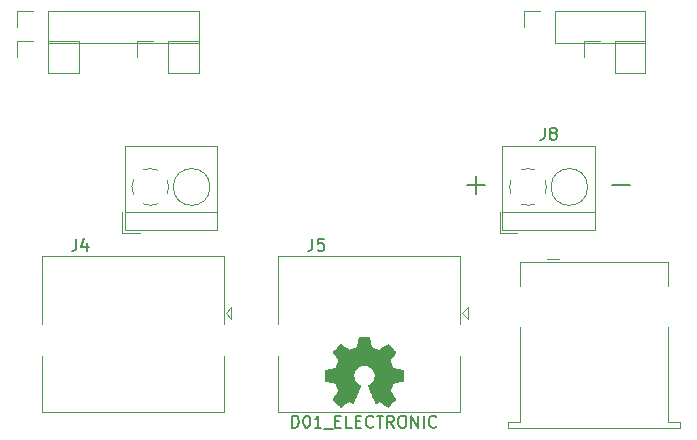
<source format=gbr>
G04 #@! TF.GenerationSoftware,KiCad,Pcbnew,5.1.5-52549c5~86~ubuntu18.04.1*
G04 #@! TF.CreationDate,2020-09-11T14:35:38-05:00*
G04 #@! TF.ProjectId,D01,4430312e-6b69-4636-9164-5f7063625858,rev?*
G04 #@! TF.SameCoordinates,Original*
G04 #@! TF.FileFunction,Legend,Top*
G04 #@! TF.FilePolarity,Positive*
%FSLAX46Y46*%
G04 Gerber Fmt 4.6, Leading zero omitted, Abs format (unit mm)*
G04 Created by KiCad (PCBNEW 5.1.5-52549c5~86~ubuntu18.04.1) date 2020-09-11 14:35:38*
%MOMM*%
%LPD*%
G04 APERTURE LIST*
%ADD10C,0.150000*%
%ADD11C,0.010000*%
%ADD12C,0.120000*%
G04 APERTURE END LIST*
D10*
X43941171Y-67711580D02*
X43941171Y-66711580D01*
X44179266Y-66711580D01*
X44322123Y-66759200D01*
X44417361Y-66854438D01*
X44464980Y-66949676D01*
X44512600Y-67140152D01*
X44512600Y-67283009D01*
X44464980Y-67473485D01*
X44417361Y-67568723D01*
X44322123Y-67663961D01*
X44179266Y-67711580D01*
X43941171Y-67711580D01*
X45131647Y-66711580D02*
X45226885Y-66711580D01*
X45322123Y-66759200D01*
X45369742Y-66806819D01*
X45417361Y-66902057D01*
X45464980Y-67092533D01*
X45464980Y-67330628D01*
X45417361Y-67521104D01*
X45369742Y-67616342D01*
X45322123Y-67663961D01*
X45226885Y-67711580D01*
X45131647Y-67711580D01*
X45036409Y-67663961D01*
X44988790Y-67616342D01*
X44941171Y-67521104D01*
X44893552Y-67330628D01*
X44893552Y-67092533D01*
X44941171Y-66902057D01*
X44988790Y-66806819D01*
X45036409Y-66759200D01*
X45131647Y-66711580D01*
X46417361Y-67711580D02*
X45845933Y-67711580D01*
X46131647Y-67711580D02*
X46131647Y-66711580D01*
X46036409Y-66854438D01*
X45941171Y-66949676D01*
X45845933Y-66997295D01*
X46607838Y-67806819D02*
X47369742Y-67806819D01*
X47607838Y-67187771D02*
X47941171Y-67187771D01*
X48084028Y-67711580D02*
X47607838Y-67711580D01*
X47607838Y-66711580D01*
X48084028Y-66711580D01*
X48988790Y-67711580D02*
X48512600Y-67711580D01*
X48512600Y-66711580D01*
X49322123Y-67187771D02*
X49655457Y-67187771D01*
X49798314Y-67711580D02*
X49322123Y-67711580D01*
X49322123Y-66711580D01*
X49798314Y-66711580D01*
X50798314Y-67616342D02*
X50750695Y-67663961D01*
X50607838Y-67711580D01*
X50512600Y-67711580D01*
X50369742Y-67663961D01*
X50274504Y-67568723D01*
X50226885Y-67473485D01*
X50179266Y-67283009D01*
X50179266Y-67140152D01*
X50226885Y-66949676D01*
X50274504Y-66854438D01*
X50369742Y-66759200D01*
X50512600Y-66711580D01*
X50607838Y-66711580D01*
X50750695Y-66759200D01*
X50798314Y-66806819D01*
X51084028Y-66711580D02*
X51655457Y-66711580D01*
X51369742Y-67711580D02*
X51369742Y-66711580D01*
X52560219Y-67711580D02*
X52226885Y-67235390D01*
X51988790Y-67711580D02*
X51988790Y-66711580D01*
X52369742Y-66711580D01*
X52464980Y-66759200D01*
X52512600Y-66806819D01*
X52560219Y-66902057D01*
X52560219Y-67044914D01*
X52512600Y-67140152D01*
X52464980Y-67187771D01*
X52369742Y-67235390D01*
X51988790Y-67235390D01*
X53179266Y-66711580D02*
X53369742Y-66711580D01*
X53464980Y-66759200D01*
X53560219Y-66854438D01*
X53607838Y-67044914D01*
X53607838Y-67378247D01*
X53560219Y-67568723D01*
X53464980Y-67663961D01*
X53369742Y-67711580D01*
X53179266Y-67711580D01*
X53084028Y-67663961D01*
X52988790Y-67568723D01*
X52941171Y-67378247D01*
X52941171Y-67044914D01*
X52988790Y-66854438D01*
X53084028Y-66759200D01*
X53179266Y-66711580D01*
X54036409Y-67711580D02*
X54036409Y-66711580D01*
X54607838Y-67711580D01*
X54607838Y-66711580D01*
X55084028Y-67711580D02*
X55084028Y-66711580D01*
X56131647Y-67616342D02*
X56084028Y-67663961D01*
X55941171Y-67711580D01*
X55845933Y-67711580D01*
X55703076Y-67663961D01*
X55607838Y-67568723D01*
X55560219Y-67473485D01*
X55512600Y-67283009D01*
X55512600Y-67140152D01*
X55560219Y-66949676D01*
X55607838Y-66854438D01*
X55703076Y-66759200D01*
X55845933Y-66711580D01*
X55941171Y-66711580D01*
X56084028Y-66759200D01*
X56131647Y-66806819D01*
X71018495Y-47142857D02*
X72542304Y-47142857D01*
X58750295Y-47142857D02*
X60274104Y-47142857D01*
X59512200Y-47904761D02*
X59512200Y-46380952D01*
D11*
G36*
X50568414Y-60460931D02*
G01*
X50652235Y-60905555D01*
X50961520Y-61033053D01*
X51270806Y-61160551D01*
X51641846Y-60908246D01*
X51745757Y-60837996D01*
X51839687Y-60775272D01*
X51919252Y-60722938D01*
X51980070Y-60683857D01*
X52017757Y-60660893D01*
X52028021Y-60655942D01*
X52046510Y-60668676D01*
X52086020Y-60703882D01*
X52142122Y-60757062D01*
X52210387Y-60823718D01*
X52286386Y-60899354D01*
X52365692Y-60979472D01*
X52443875Y-61059574D01*
X52516507Y-61135164D01*
X52579159Y-61201745D01*
X52627403Y-61254818D01*
X52656810Y-61289887D01*
X52663841Y-61301623D01*
X52653723Y-61323260D01*
X52625359Y-61370662D01*
X52581729Y-61439193D01*
X52525818Y-61524215D01*
X52460606Y-61621093D01*
X52422819Y-61676350D01*
X52353943Y-61777248D01*
X52292740Y-61868299D01*
X52242178Y-61944970D01*
X52205228Y-62002728D01*
X52184858Y-62037043D01*
X52181797Y-62044254D01*
X52188736Y-62064748D01*
X52207651Y-62112513D01*
X52235687Y-62180832D01*
X52269991Y-62262989D01*
X52307709Y-62352270D01*
X52345987Y-62441958D01*
X52381970Y-62525338D01*
X52412806Y-62595694D01*
X52435639Y-62646310D01*
X52447617Y-62670471D01*
X52448324Y-62671422D01*
X52467131Y-62676036D01*
X52517218Y-62686328D01*
X52593393Y-62701287D01*
X52690465Y-62719901D01*
X52803243Y-62741159D01*
X52869042Y-62753418D01*
X52989550Y-62776362D01*
X53098397Y-62798195D01*
X53190076Y-62817722D01*
X53259081Y-62833748D01*
X53299904Y-62845079D01*
X53308111Y-62848674D01*
X53316148Y-62873006D01*
X53322633Y-62927959D01*
X53327570Y-63007108D01*
X53330964Y-63104026D01*
X53332818Y-63212287D01*
X53333138Y-63325465D01*
X53331927Y-63437135D01*
X53329190Y-63540868D01*
X53324931Y-63630241D01*
X53319155Y-63698826D01*
X53311867Y-63740197D01*
X53307495Y-63748810D01*
X53281364Y-63759133D01*
X53225993Y-63773892D01*
X53148707Y-63791352D01*
X53056830Y-63809780D01*
X53024758Y-63815741D01*
X52870124Y-63844066D01*
X52747975Y-63866876D01*
X52654273Y-63885080D01*
X52584984Y-63899583D01*
X52536071Y-63911292D01*
X52503497Y-63921115D01*
X52483228Y-63929956D01*
X52471226Y-63938724D01*
X52469547Y-63940457D01*
X52452784Y-63968371D01*
X52427214Y-64022695D01*
X52395388Y-64096777D01*
X52359860Y-64183965D01*
X52323183Y-64277608D01*
X52287911Y-64371052D01*
X52256596Y-64457647D01*
X52231793Y-64530740D01*
X52216054Y-64583678D01*
X52211932Y-64609811D01*
X52212276Y-64610726D01*
X52226241Y-64632086D01*
X52257922Y-64679084D01*
X52303991Y-64746827D01*
X52361118Y-64830423D01*
X52425973Y-64924982D01*
X52444443Y-64951854D01*
X52510299Y-65049275D01*
X52568250Y-65138163D01*
X52615138Y-65213412D01*
X52647807Y-65269920D01*
X52663100Y-65302581D01*
X52663841Y-65306593D01*
X52650992Y-65327684D01*
X52615488Y-65369464D01*
X52561893Y-65427445D01*
X52494771Y-65497135D01*
X52418687Y-65574045D01*
X52338204Y-65653683D01*
X52257887Y-65731561D01*
X52182299Y-65803186D01*
X52116005Y-65864070D01*
X52063569Y-65909721D01*
X52029555Y-65935650D01*
X52020145Y-65939883D01*
X51998243Y-65929912D01*
X51953400Y-65903020D01*
X51892921Y-65863736D01*
X51846389Y-65832117D01*
X51762075Y-65774098D01*
X51662226Y-65705784D01*
X51562073Y-65637579D01*
X51508227Y-65601075D01*
X51325971Y-65477800D01*
X51172981Y-65560520D01*
X51103282Y-65596759D01*
X51044014Y-65624926D01*
X51003911Y-65640991D01*
X50993703Y-65643226D01*
X50981429Y-65626722D01*
X50957213Y-65580082D01*
X50922863Y-65507609D01*
X50880188Y-65413606D01*
X50830994Y-65302374D01*
X50777090Y-65178215D01*
X50720284Y-65045432D01*
X50662382Y-64908327D01*
X50605193Y-64771202D01*
X50550524Y-64638358D01*
X50500184Y-64514098D01*
X50455980Y-64402725D01*
X50419719Y-64308539D01*
X50393209Y-64235844D01*
X50378258Y-64188941D01*
X50375854Y-64172833D01*
X50394911Y-64152286D01*
X50436636Y-64118933D01*
X50492306Y-64079702D01*
X50496978Y-64076599D01*
X50640864Y-63961423D01*
X50756883Y-63827053D01*
X50844030Y-63677784D01*
X50901299Y-63517913D01*
X50927686Y-63351737D01*
X50922185Y-63183552D01*
X50883790Y-63017655D01*
X50811495Y-62858342D01*
X50790226Y-62823487D01*
X50679596Y-62682737D01*
X50548902Y-62569714D01*
X50402664Y-62485003D01*
X50245408Y-62429194D01*
X50081657Y-62402874D01*
X49915933Y-62406630D01*
X49752762Y-62441050D01*
X49596665Y-62506723D01*
X49452167Y-62604235D01*
X49407469Y-62643813D01*
X49293712Y-62767703D01*
X49210818Y-62898124D01*
X49153956Y-63044315D01*
X49122287Y-63189088D01*
X49114469Y-63351860D01*
X49140538Y-63515440D01*
X49197845Y-63674298D01*
X49283744Y-63822906D01*
X49395586Y-63955735D01*
X49530723Y-64067256D01*
X49548483Y-64079011D01*
X49604750Y-64117508D01*
X49647523Y-64150863D01*
X49667972Y-64172160D01*
X49668269Y-64172833D01*
X49663879Y-64195871D01*
X49646476Y-64248157D01*
X49617868Y-64325390D01*
X49579865Y-64423268D01*
X49534274Y-64537491D01*
X49482903Y-64663758D01*
X49427562Y-64797767D01*
X49370058Y-64935218D01*
X49312201Y-65071808D01*
X49255798Y-65203237D01*
X49202658Y-65325205D01*
X49154590Y-65433409D01*
X49113401Y-65523549D01*
X49080901Y-65591323D01*
X49058897Y-65632430D01*
X49050036Y-65643226D01*
X49022960Y-65634819D01*
X48972297Y-65612272D01*
X48906783Y-65579613D01*
X48870759Y-65560520D01*
X48717768Y-65477800D01*
X48535512Y-65601075D01*
X48442475Y-65664228D01*
X48340615Y-65733727D01*
X48245162Y-65799165D01*
X48197350Y-65832117D01*
X48130105Y-65877273D01*
X48073164Y-65913057D01*
X48033954Y-65934938D01*
X48021219Y-65939563D01*
X48002683Y-65927085D01*
X47961659Y-65892252D01*
X47902125Y-65838678D01*
X47828058Y-65769983D01*
X47743435Y-65689781D01*
X47689915Y-65638286D01*
X47596281Y-65546286D01*
X47515359Y-65463999D01*
X47450423Y-65394945D01*
X47404742Y-65342644D01*
X47381589Y-65310616D01*
X47379368Y-65304116D01*
X47389676Y-65279394D01*
X47418161Y-65229405D01*
X47461663Y-65159212D01*
X47517023Y-65073875D01*
X47581080Y-64978456D01*
X47599297Y-64951854D01*
X47665673Y-64855167D01*
X47725222Y-64768117D01*
X47774616Y-64695595D01*
X47810525Y-64642493D01*
X47829619Y-64613703D01*
X47831464Y-64610726D01*
X47828705Y-64587782D01*
X47814062Y-64537336D01*
X47790087Y-64466041D01*
X47759334Y-64380547D01*
X47724356Y-64287507D01*
X47687707Y-64193574D01*
X47651939Y-64105399D01*
X47619606Y-64029634D01*
X47593262Y-63972931D01*
X47575458Y-63941943D01*
X47574193Y-63940457D01*
X47563306Y-63931601D01*
X47544918Y-63922843D01*
X47514994Y-63913277D01*
X47469497Y-63901996D01*
X47404391Y-63888093D01*
X47315639Y-63870663D01*
X47199207Y-63848798D01*
X47051058Y-63821591D01*
X47018982Y-63815741D01*
X46923914Y-63797374D01*
X46841035Y-63779405D01*
X46777670Y-63763569D01*
X46741142Y-63751600D01*
X46736244Y-63748810D01*
X46728173Y-63724072D01*
X46721613Y-63668790D01*
X46716567Y-63589389D01*
X46713041Y-63492296D01*
X46711039Y-63383938D01*
X46710564Y-63270740D01*
X46711623Y-63159128D01*
X46714218Y-63055529D01*
X46718354Y-62966368D01*
X46724037Y-62898072D01*
X46731269Y-62857066D01*
X46735629Y-62848674D01*
X46759902Y-62840208D01*
X46815174Y-62826435D01*
X46895938Y-62808550D01*
X46996688Y-62787748D01*
X47111917Y-62765223D01*
X47174698Y-62753418D01*
X47293813Y-62731151D01*
X47400035Y-62710979D01*
X47488173Y-62693915D01*
X47553034Y-62680969D01*
X47589426Y-62673155D01*
X47595416Y-62671422D01*
X47605539Y-62651890D01*
X47626938Y-62604843D01*
X47656761Y-62537003D01*
X47692155Y-62455091D01*
X47730268Y-62365828D01*
X47768247Y-62275935D01*
X47803240Y-62192135D01*
X47832394Y-62121147D01*
X47852857Y-62069694D01*
X47861777Y-62044497D01*
X47861943Y-62043396D01*
X47851831Y-62023519D01*
X47823483Y-61977777D01*
X47779877Y-61910717D01*
X47723994Y-61826884D01*
X47658813Y-61730826D01*
X47620921Y-61675650D01*
X47551875Y-61574481D01*
X47490550Y-61482630D01*
X47439937Y-61404744D01*
X47403029Y-61345469D01*
X47382818Y-61309451D01*
X47379899Y-61301377D01*
X47392447Y-61282584D01*
X47427137Y-61242457D01*
X47479537Y-61185493D01*
X47545216Y-61116185D01*
X47619744Y-61039031D01*
X47698687Y-60958525D01*
X47777617Y-60879163D01*
X47852100Y-60805440D01*
X47917706Y-60741852D01*
X47970004Y-60692894D01*
X48004561Y-60663061D01*
X48016122Y-60655942D01*
X48034946Y-60665953D01*
X48079969Y-60694078D01*
X48146813Y-60737454D01*
X48231101Y-60793218D01*
X48328456Y-60858506D01*
X48401893Y-60908246D01*
X48772933Y-61160551D01*
X49391505Y-60905555D01*
X49475325Y-60460931D01*
X49559146Y-60016307D01*
X50484594Y-60016307D01*
X50568414Y-60460931D01*
G37*
X50568414Y-60460931D02*
X50652235Y-60905555D01*
X50961520Y-61033053D01*
X51270806Y-61160551D01*
X51641846Y-60908246D01*
X51745757Y-60837996D01*
X51839687Y-60775272D01*
X51919252Y-60722938D01*
X51980070Y-60683857D01*
X52017757Y-60660893D01*
X52028021Y-60655942D01*
X52046510Y-60668676D01*
X52086020Y-60703882D01*
X52142122Y-60757062D01*
X52210387Y-60823718D01*
X52286386Y-60899354D01*
X52365692Y-60979472D01*
X52443875Y-61059574D01*
X52516507Y-61135164D01*
X52579159Y-61201745D01*
X52627403Y-61254818D01*
X52656810Y-61289887D01*
X52663841Y-61301623D01*
X52653723Y-61323260D01*
X52625359Y-61370662D01*
X52581729Y-61439193D01*
X52525818Y-61524215D01*
X52460606Y-61621093D01*
X52422819Y-61676350D01*
X52353943Y-61777248D01*
X52292740Y-61868299D01*
X52242178Y-61944970D01*
X52205228Y-62002728D01*
X52184858Y-62037043D01*
X52181797Y-62044254D01*
X52188736Y-62064748D01*
X52207651Y-62112513D01*
X52235687Y-62180832D01*
X52269991Y-62262989D01*
X52307709Y-62352270D01*
X52345987Y-62441958D01*
X52381970Y-62525338D01*
X52412806Y-62595694D01*
X52435639Y-62646310D01*
X52447617Y-62670471D01*
X52448324Y-62671422D01*
X52467131Y-62676036D01*
X52517218Y-62686328D01*
X52593393Y-62701287D01*
X52690465Y-62719901D01*
X52803243Y-62741159D01*
X52869042Y-62753418D01*
X52989550Y-62776362D01*
X53098397Y-62798195D01*
X53190076Y-62817722D01*
X53259081Y-62833748D01*
X53299904Y-62845079D01*
X53308111Y-62848674D01*
X53316148Y-62873006D01*
X53322633Y-62927959D01*
X53327570Y-63007108D01*
X53330964Y-63104026D01*
X53332818Y-63212287D01*
X53333138Y-63325465D01*
X53331927Y-63437135D01*
X53329190Y-63540868D01*
X53324931Y-63630241D01*
X53319155Y-63698826D01*
X53311867Y-63740197D01*
X53307495Y-63748810D01*
X53281364Y-63759133D01*
X53225993Y-63773892D01*
X53148707Y-63791352D01*
X53056830Y-63809780D01*
X53024758Y-63815741D01*
X52870124Y-63844066D01*
X52747975Y-63866876D01*
X52654273Y-63885080D01*
X52584984Y-63899583D01*
X52536071Y-63911292D01*
X52503497Y-63921115D01*
X52483228Y-63929956D01*
X52471226Y-63938724D01*
X52469547Y-63940457D01*
X52452784Y-63968371D01*
X52427214Y-64022695D01*
X52395388Y-64096777D01*
X52359860Y-64183965D01*
X52323183Y-64277608D01*
X52287911Y-64371052D01*
X52256596Y-64457647D01*
X52231793Y-64530740D01*
X52216054Y-64583678D01*
X52211932Y-64609811D01*
X52212276Y-64610726D01*
X52226241Y-64632086D01*
X52257922Y-64679084D01*
X52303991Y-64746827D01*
X52361118Y-64830423D01*
X52425973Y-64924982D01*
X52444443Y-64951854D01*
X52510299Y-65049275D01*
X52568250Y-65138163D01*
X52615138Y-65213412D01*
X52647807Y-65269920D01*
X52663100Y-65302581D01*
X52663841Y-65306593D01*
X52650992Y-65327684D01*
X52615488Y-65369464D01*
X52561893Y-65427445D01*
X52494771Y-65497135D01*
X52418687Y-65574045D01*
X52338204Y-65653683D01*
X52257887Y-65731561D01*
X52182299Y-65803186D01*
X52116005Y-65864070D01*
X52063569Y-65909721D01*
X52029555Y-65935650D01*
X52020145Y-65939883D01*
X51998243Y-65929912D01*
X51953400Y-65903020D01*
X51892921Y-65863736D01*
X51846389Y-65832117D01*
X51762075Y-65774098D01*
X51662226Y-65705784D01*
X51562073Y-65637579D01*
X51508227Y-65601075D01*
X51325971Y-65477800D01*
X51172981Y-65560520D01*
X51103282Y-65596759D01*
X51044014Y-65624926D01*
X51003911Y-65640991D01*
X50993703Y-65643226D01*
X50981429Y-65626722D01*
X50957213Y-65580082D01*
X50922863Y-65507609D01*
X50880188Y-65413606D01*
X50830994Y-65302374D01*
X50777090Y-65178215D01*
X50720284Y-65045432D01*
X50662382Y-64908327D01*
X50605193Y-64771202D01*
X50550524Y-64638358D01*
X50500184Y-64514098D01*
X50455980Y-64402725D01*
X50419719Y-64308539D01*
X50393209Y-64235844D01*
X50378258Y-64188941D01*
X50375854Y-64172833D01*
X50394911Y-64152286D01*
X50436636Y-64118933D01*
X50492306Y-64079702D01*
X50496978Y-64076599D01*
X50640864Y-63961423D01*
X50756883Y-63827053D01*
X50844030Y-63677784D01*
X50901299Y-63517913D01*
X50927686Y-63351737D01*
X50922185Y-63183552D01*
X50883790Y-63017655D01*
X50811495Y-62858342D01*
X50790226Y-62823487D01*
X50679596Y-62682737D01*
X50548902Y-62569714D01*
X50402664Y-62485003D01*
X50245408Y-62429194D01*
X50081657Y-62402874D01*
X49915933Y-62406630D01*
X49752762Y-62441050D01*
X49596665Y-62506723D01*
X49452167Y-62604235D01*
X49407469Y-62643813D01*
X49293712Y-62767703D01*
X49210818Y-62898124D01*
X49153956Y-63044315D01*
X49122287Y-63189088D01*
X49114469Y-63351860D01*
X49140538Y-63515440D01*
X49197845Y-63674298D01*
X49283744Y-63822906D01*
X49395586Y-63955735D01*
X49530723Y-64067256D01*
X49548483Y-64079011D01*
X49604750Y-64117508D01*
X49647523Y-64150863D01*
X49667972Y-64172160D01*
X49668269Y-64172833D01*
X49663879Y-64195871D01*
X49646476Y-64248157D01*
X49617868Y-64325390D01*
X49579865Y-64423268D01*
X49534274Y-64537491D01*
X49482903Y-64663758D01*
X49427562Y-64797767D01*
X49370058Y-64935218D01*
X49312201Y-65071808D01*
X49255798Y-65203237D01*
X49202658Y-65325205D01*
X49154590Y-65433409D01*
X49113401Y-65523549D01*
X49080901Y-65591323D01*
X49058897Y-65632430D01*
X49050036Y-65643226D01*
X49022960Y-65634819D01*
X48972297Y-65612272D01*
X48906783Y-65579613D01*
X48870759Y-65560520D01*
X48717768Y-65477800D01*
X48535512Y-65601075D01*
X48442475Y-65664228D01*
X48340615Y-65733727D01*
X48245162Y-65799165D01*
X48197350Y-65832117D01*
X48130105Y-65877273D01*
X48073164Y-65913057D01*
X48033954Y-65934938D01*
X48021219Y-65939563D01*
X48002683Y-65927085D01*
X47961659Y-65892252D01*
X47902125Y-65838678D01*
X47828058Y-65769983D01*
X47743435Y-65689781D01*
X47689915Y-65638286D01*
X47596281Y-65546286D01*
X47515359Y-65463999D01*
X47450423Y-65394945D01*
X47404742Y-65342644D01*
X47381589Y-65310616D01*
X47379368Y-65304116D01*
X47389676Y-65279394D01*
X47418161Y-65229405D01*
X47461663Y-65159212D01*
X47517023Y-65073875D01*
X47581080Y-64978456D01*
X47599297Y-64951854D01*
X47665673Y-64855167D01*
X47725222Y-64768117D01*
X47774616Y-64695595D01*
X47810525Y-64642493D01*
X47829619Y-64613703D01*
X47831464Y-64610726D01*
X47828705Y-64587782D01*
X47814062Y-64537336D01*
X47790087Y-64466041D01*
X47759334Y-64380547D01*
X47724356Y-64287507D01*
X47687707Y-64193574D01*
X47651939Y-64105399D01*
X47619606Y-64029634D01*
X47593262Y-63972931D01*
X47575458Y-63941943D01*
X47574193Y-63940457D01*
X47563306Y-63931601D01*
X47544918Y-63922843D01*
X47514994Y-63913277D01*
X47469497Y-63901996D01*
X47404391Y-63888093D01*
X47315639Y-63870663D01*
X47199207Y-63848798D01*
X47051058Y-63821591D01*
X47018982Y-63815741D01*
X46923914Y-63797374D01*
X46841035Y-63779405D01*
X46777670Y-63763569D01*
X46741142Y-63751600D01*
X46736244Y-63748810D01*
X46728173Y-63724072D01*
X46721613Y-63668790D01*
X46716567Y-63589389D01*
X46713041Y-63492296D01*
X46711039Y-63383938D01*
X46710564Y-63270740D01*
X46711623Y-63159128D01*
X46714218Y-63055529D01*
X46718354Y-62966368D01*
X46724037Y-62898072D01*
X46731269Y-62857066D01*
X46735629Y-62848674D01*
X46759902Y-62840208D01*
X46815174Y-62826435D01*
X46895938Y-62808550D01*
X46996688Y-62787748D01*
X47111917Y-62765223D01*
X47174698Y-62753418D01*
X47293813Y-62731151D01*
X47400035Y-62710979D01*
X47488173Y-62693915D01*
X47553034Y-62680969D01*
X47589426Y-62673155D01*
X47595416Y-62671422D01*
X47605539Y-62651890D01*
X47626938Y-62604843D01*
X47656761Y-62537003D01*
X47692155Y-62455091D01*
X47730268Y-62365828D01*
X47768247Y-62275935D01*
X47803240Y-62192135D01*
X47832394Y-62121147D01*
X47852857Y-62069694D01*
X47861777Y-62044497D01*
X47861943Y-62043396D01*
X47851831Y-62023519D01*
X47823483Y-61977777D01*
X47779877Y-61910717D01*
X47723994Y-61826884D01*
X47658813Y-61730826D01*
X47620921Y-61675650D01*
X47551875Y-61574481D01*
X47490550Y-61482630D01*
X47439937Y-61404744D01*
X47403029Y-61345469D01*
X47382818Y-61309451D01*
X47379899Y-61301377D01*
X47392447Y-61282584D01*
X47427137Y-61242457D01*
X47479537Y-61185493D01*
X47545216Y-61116185D01*
X47619744Y-61039031D01*
X47698687Y-60958525D01*
X47777617Y-60879163D01*
X47852100Y-60805440D01*
X47917706Y-60741852D01*
X47970004Y-60692894D01*
X48004561Y-60663061D01*
X48016122Y-60655942D01*
X48034946Y-60665953D01*
X48079969Y-60694078D01*
X48146813Y-60737454D01*
X48231101Y-60793218D01*
X48328456Y-60858506D01*
X48401893Y-60908246D01*
X48772933Y-61160551D01*
X49391505Y-60905555D01*
X49475325Y-60460931D01*
X49559146Y-60016307D01*
X50484594Y-60016307D01*
X50568414Y-60460931D01*
D12*
X68650000Y-36350000D02*
X68650000Y-35020000D01*
X68650000Y-35020000D02*
X69980000Y-35020000D01*
X71250000Y-35020000D02*
X73850000Y-35020000D01*
X73850000Y-37680000D02*
X73850000Y-35020000D01*
X71250000Y-37680000D02*
X73850000Y-37680000D01*
X71250000Y-37680000D02*
X71250000Y-35020000D01*
X30830000Y-36350000D02*
X30830000Y-35020000D01*
X30830000Y-35020000D02*
X32160000Y-35020000D01*
X33430000Y-35020000D02*
X36030000Y-35020000D01*
X36030000Y-37680000D02*
X36030000Y-35020000D01*
X33430000Y-37680000D02*
X36030000Y-37680000D01*
X33430000Y-37680000D02*
X33430000Y-35020000D01*
X20670000Y-36350000D02*
X20670000Y-35020000D01*
X20670000Y-35020000D02*
X22000000Y-35020000D01*
X23270000Y-35020000D02*
X25870000Y-35020000D01*
X25870000Y-37680000D02*
X25870000Y-35020000D01*
X23270000Y-37680000D02*
X25870000Y-37680000D01*
X23270000Y-37680000D02*
X23270000Y-35020000D01*
X20670000Y-33810000D02*
X20670000Y-32480000D01*
X20670000Y-32480000D02*
X22000000Y-32480000D01*
X23270000Y-32480000D02*
X36030000Y-32480000D01*
X36030000Y-35140000D02*
X36030000Y-32480000D01*
X23270000Y-35140000D02*
X36030000Y-35140000D01*
X23270000Y-35140000D02*
X23270000Y-32480000D01*
X63570000Y-33810000D02*
X63570000Y-32480000D01*
X63570000Y-32480000D02*
X64900000Y-32480000D01*
X66170000Y-32480000D02*
X73850000Y-32480000D01*
X73850000Y-35140000D02*
X73850000Y-32480000D01*
X66170000Y-35140000D02*
X73850000Y-35140000D01*
X66170000Y-35140000D02*
X66170000Y-32480000D01*
X61506400Y-51245600D02*
X63006400Y-51245600D01*
X61506400Y-49505600D02*
X61506400Y-51245600D01*
X69566400Y-43885600D02*
X69566400Y-51005600D01*
X61746400Y-43885600D02*
X61746400Y-51005600D01*
X61746400Y-51005600D02*
X69566400Y-51005600D01*
X61746400Y-43885600D02*
X69566400Y-43885600D01*
X61746400Y-49445600D02*
X69566400Y-49445600D01*
X68961400Y-47345600D02*
G75*
G03X68961400Y-47345600I-1555000J0D01*
G01*
X63933411Y-48901092D02*
G75*
G02X63298400Y-48777600I-27011J1555492D01*
G01*
X62474291Y-47953342D02*
G75*
G02X62474400Y-46737600I1432109J607742D01*
G01*
X63298658Y-45913491D02*
G75*
G02X64514400Y-45913600I607742J-1432109D01*
G01*
X65338509Y-46737858D02*
G75*
G02X65338400Y-47953600I-1432109J-607742D01*
G01*
X64513987Y-48776985D02*
G75*
G02X63906400Y-48900600I-607587J1431385D01*
G01*
X29527800Y-51245600D02*
X31027800Y-51245600D01*
X29527800Y-49505600D02*
X29527800Y-51245600D01*
X37587800Y-43885600D02*
X37587800Y-51005600D01*
X29767800Y-43885600D02*
X29767800Y-51005600D01*
X29767800Y-51005600D02*
X37587800Y-51005600D01*
X29767800Y-43885600D02*
X37587800Y-43885600D01*
X29767800Y-49445600D02*
X37587800Y-49445600D01*
X36982800Y-47345600D02*
G75*
G03X36982800Y-47345600I-1555000J0D01*
G01*
X31954811Y-48901092D02*
G75*
G02X31319800Y-48777600I-27011J1555492D01*
G01*
X30495691Y-47953342D02*
G75*
G02X30495800Y-46737600I1432109J607742D01*
G01*
X31320058Y-45913491D02*
G75*
G02X32535800Y-45913600I607742J-1432109D01*
G01*
X33359909Y-46737858D02*
G75*
G02X33359800Y-47953600I-1432109J-607742D01*
G01*
X32535387Y-48776985D02*
G75*
G02X31927800Y-48900600I-607587J1431385D01*
G01*
X62250000Y-67727000D02*
X76750000Y-67727000D01*
X76750000Y-67727000D02*
X76750000Y-67227000D01*
X76750000Y-67227000D02*
X75750000Y-67227000D01*
X75750000Y-67227000D02*
X75750000Y-59227000D01*
X75750000Y-55727000D02*
X75750000Y-53727000D01*
X75750000Y-53727000D02*
X63250000Y-53727000D01*
X63250000Y-53727000D02*
X63250000Y-55727000D01*
X63250000Y-59227000D02*
X63250000Y-67227000D01*
X63250000Y-67227000D02*
X62250000Y-67227000D01*
X62250000Y-67227000D02*
X62250000Y-67727000D01*
X65500000Y-53477000D02*
X66500000Y-53477000D01*
X58800000Y-57500000D02*
X58800000Y-58500000D01*
X58800000Y-57500000D02*
X58300000Y-58000000D01*
X58300000Y-58000000D02*
X58800000Y-58500000D01*
X58140000Y-61680000D02*
X58140000Y-66410000D01*
X42720000Y-61680000D02*
X42720000Y-66410000D01*
X42720000Y-53190000D02*
X58140000Y-53190000D01*
X42720000Y-66410000D02*
X58140000Y-66410000D01*
X58140000Y-53190000D02*
X58140000Y-58930000D01*
X42720000Y-53190000D02*
X42720000Y-58930000D01*
X38800000Y-57500000D02*
X38800000Y-58500000D01*
X38800000Y-57500000D02*
X38300000Y-58000000D01*
X38300000Y-58000000D02*
X38800000Y-58500000D01*
X38140000Y-61680000D02*
X38140000Y-66410000D01*
X22720000Y-61680000D02*
X22720000Y-66410000D01*
X22720000Y-53190000D02*
X38140000Y-53190000D01*
X22720000Y-66410000D02*
X38140000Y-66410000D01*
X38140000Y-53190000D02*
X38140000Y-58930000D01*
X22720000Y-53190000D02*
X22720000Y-58930000D01*
D10*
X65323066Y-42337980D02*
X65323066Y-43052266D01*
X65275447Y-43195123D01*
X65180209Y-43290361D01*
X65037352Y-43337980D01*
X64942114Y-43337980D01*
X65942114Y-42766552D02*
X65846876Y-42718933D01*
X65799257Y-42671314D01*
X65751638Y-42576076D01*
X65751638Y-42528457D01*
X65799257Y-42433219D01*
X65846876Y-42385600D01*
X65942114Y-42337980D01*
X66132590Y-42337980D01*
X66227828Y-42385600D01*
X66275447Y-42433219D01*
X66323066Y-42528457D01*
X66323066Y-42576076D01*
X66275447Y-42671314D01*
X66227828Y-42718933D01*
X66132590Y-42766552D01*
X65942114Y-42766552D01*
X65846876Y-42814171D01*
X65799257Y-42861790D01*
X65751638Y-42957028D01*
X65751638Y-43147504D01*
X65799257Y-43242742D01*
X65846876Y-43290361D01*
X65942114Y-43337980D01*
X66132590Y-43337980D01*
X66227828Y-43290361D01*
X66275447Y-43242742D01*
X66323066Y-43147504D01*
X66323066Y-42957028D01*
X66275447Y-42861790D01*
X66227828Y-42814171D01*
X66132590Y-42766552D01*
X45661666Y-51737380D02*
X45661666Y-52451666D01*
X45614047Y-52594523D01*
X45518809Y-52689761D01*
X45375952Y-52737380D01*
X45280714Y-52737380D01*
X46614047Y-51737380D02*
X46137857Y-51737380D01*
X46090238Y-52213571D01*
X46137857Y-52165952D01*
X46233095Y-52118333D01*
X46471190Y-52118333D01*
X46566428Y-52165952D01*
X46614047Y-52213571D01*
X46661666Y-52308809D01*
X46661666Y-52546904D01*
X46614047Y-52642142D01*
X46566428Y-52689761D01*
X46471190Y-52737380D01*
X46233095Y-52737380D01*
X46137857Y-52689761D01*
X46090238Y-52642142D01*
X25661666Y-51737380D02*
X25661666Y-52451666D01*
X25614047Y-52594523D01*
X25518809Y-52689761D01*
X25375952Y-52737380D01*
X25280714Y-52737380D01*
X26566428Y-52070714D02*
X26566428Y-52737380D01*
X26328333Y-51689761D02*
X26090238Y-52404047D01*
X26709285Y-52404047D01*
M02*

</source>
